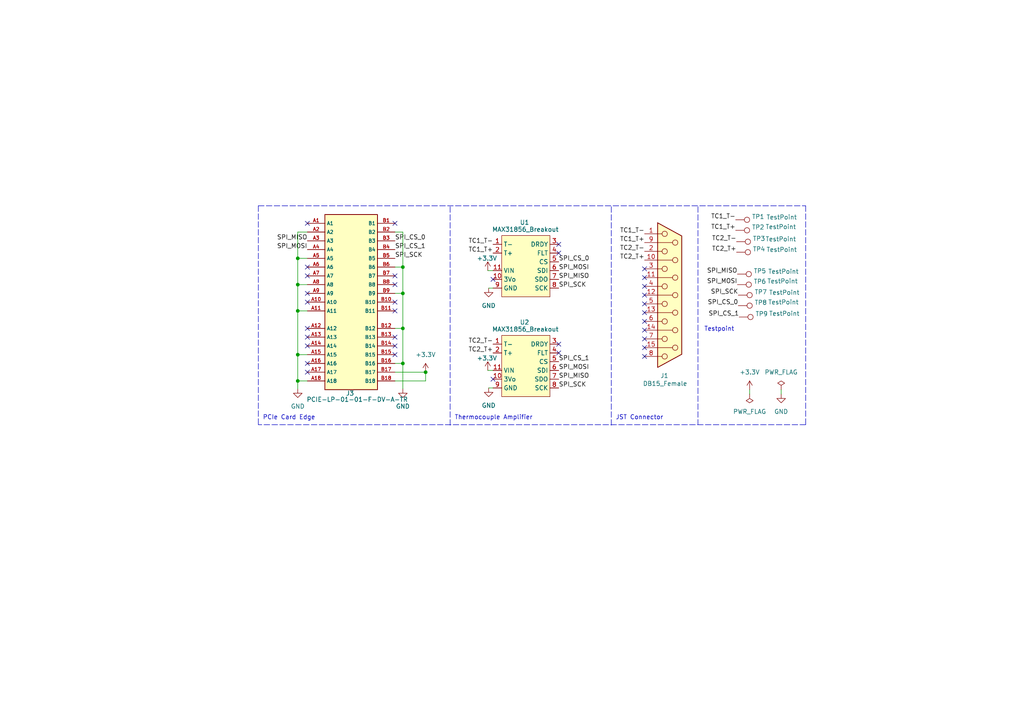
<source format=kicad_sch>
(kicad_sch (version 20211123) (generator eeschema)
  (paper "A4")
  (lib_symbols
    (symbol "Connector:DB15_Female" (pin_names (offset 1.016) hide)
      (property "Reference" "J" (at 0.508 21.59 0))
      (property "Value" "DB15_Female" (at 0 -22.225 0))
      (symbol "DB15_Female_0_1"
        (circle (center -1.778 -17.78) (radius 0.762))
        (circle (center -1.778 -12.7) (radius 0.762))
        (circle (center -1.778 -7.62) (radius 0.762))
        (circle (center -1.778 -2.54) (radius 0.762))
        (circle (center -1.778 2.54) (radius 0.762))
        (circle (center -1.778 7.62) (radius 0.762))
        (circle (center -1.778 12.7) (radius 0.762))
        (circle (center -1.778 17.78) (radius 0.762))
        (polyline (pts (xy -3.81 -17.78) (xy -2.54 -17.78)))
        (polyline (pts (xy -3.81 -15.24) (xy 0.508 -15.24)))
        (polyline (pts (xy -3.81 -12.7) (xy -2.54 -12.7)))
        (polyline (pts (xy -3.81 -10.16) (xy 0.508 -10.16)))
        (polyline (pts (xy -3.81 -7.62) (xy -2.54 -7.62)))
        (polyline (pts (xy -3.81 -5.08) (xy 0.508 -5.08)))
        (polyline (pts (xy -3.81 -2.54) (xy -2.54 -2.54)))
        (polyline (pts (xy -3.81 0) (xy 0.508 0)))
        (polyline (pts (xy -3.81 2.54) (xy -2.54 2.54)))
        (polyline (pts (xy -3.81 5.08) (xy 0.508 5.08)))
        (polyline (pts (xy -3.81 7.62) (xy -2.54 7.62)))
        (polyline (pts (xy -3.81 10.16) (xy 0.508 10.16)))
        (polyline (pts (xy -3.81 12.7) (xy -2.54 12.7)))
        (polyline (pts (xy -3.81 15.24) (xy 0.508 15.24)))
        (polyline (pts (xy -3.81 17.78) (xy -2.54 17.78)))
        (polyline (pts (xy -3.81 20.955) (xy 3.175 17.145) (xy 3.175 -17.145) (xy -3.81 -20.955) (xy -3.81 20.955)) (stroke (width 0.254)) (fill (type background)))
        (circle (center 1.27 -15.24) (radius 0.762))
        (circle (center 1.27 -10.16) (radius 0.762))
        (circle (center 1.27 -5.08) (radius 0.762))
        (circle (center 1.27 0) (radius 0.762))
        (circle (center 1.27 5.08) (radius 0.762))
        (circle (center 1.27 10.16) (radius 0.762))
        (circle (center 1.27 15.24) (radius 0.762))
      )
      (symbol "DB15_Female_1_1"
        (pin passive line (at -7.62 17.78 0) (length 3.81) (name "1") (number "1"))
        (pin passive line (at -7.62 10.16 0) (length 3.81) (name "P10") (number "10"))
        (pin passive line (at -7.62 5.08 0) (length 3.81) (name "P111") (number "11"))
        (pin passive line (at -7.62 0 0) (length 3.81) (name "P12") (number "12"))
        (pin passive line (at -7.62 -5.08 0) (length 3.81) (name "P13") (number "13"))
        (pin passive line (at -7.62 -10.16 0) (length 3.81) (name "P14") (number "14"))
        (pin passive line (at -7.62 -15.24 0) (length 3.81) (name "P15") (number "15"))
        (pin passive line (at -7.62 12.7 0) (length 3.81) (name "2") (number "2"))
        (pin passive line (at -7.62 7.62 0) (length 3.81) (name "3") (number "3"))
        (pin passive line (at -7.62 2.54 0) (length 3.81) (name "4") (number "4"))
        (pin passive line (at -7.62 -2.54 0) (length 3.81) (name "5") (number "5"))
        (pin passive line (at -7.62 -7.62 0) (length 3.81) (name "6") (number "6"))
        (pin passive line (at -7.62 -12.7 0) (length 3.81) (name "7") (number "7"))
        (pin passive line (at -7.62 -17.78 0) (length 3.81) (name "8") (number "8"))
        (pin passive line (at -7.62 15.24 0) (length 3.81) (name "P9") (number "9"))
      )
    )
    (symbol "Connector:TestPoint" (pin_numbers hide) (pin_names (offset 0.762) hide)
      (property "Reference" "TP" (at 0 6.858 0))
      (property "Value" "TestPoint" (at 0 5.08 0))
      (symbol "TestPoint_0_1"
        (circle (center 0 3.302) (radius 0.762))
      )
      (symbol "TestPoint_1_1"
        (pin passive line (at 0 0 90) (length 2.54) (name "1") (number "1"))
      )
    )
    (symbol "MAX31856_Breakout:MAX31856_Breakout"
      (property "Reference" "U" (at -1.27 -6.35 0))
      (property "Value" "MAX31856_Breakout" (at 0 -8.89 0))
      (symbol "MAX31856_Breakout_0_1"
        (rectangle (start -7.62 13.97) (end 6.35 -3.81) (fill (type background)))
      )
      (symbol "MAX31856_Breakout_1_1"
        (pin input line (at -10.16 11.43 0) (length 2.54) (name "T-") (number "1"))
        (pin power_out line (at -10.16 1.27 0) (length 2.54) (name "3Vo") (number "10"))
        (pin power_in line (at -10.16 3.81 0) (length 2.54) (name "VIN") (number "11"))
        (pin input line (at -10.16 8.89 0) (length 2.54) (name "T+") (number "2"))
        (pin output line (at 8.89 11.43 180) (length 2.54) (name "DRDY") (number "3"))
        (pin output line (at 8.89 8.89 180) (length 2.54) (name "FLT") (number "4"))
        (pin input line (at 8.89 6.35 180) (length 2.54) (name "CS") (number "5"))
        (pin input line (at 8.89 3.81 180) (length 2.54) (name "SDI") (number "6"))
        (pin tri_state line (at 8.89 1.27 180) (length 2.54) (name "SDO") (number "7"))
        (pin input line (at 8.89 -1.27 180) (length 2.54) (name "SCK") (number "8"))
        (pin power_in line (at -10.16 -1.27 0) (length 2.54) (name "GND") (number "9"))
      )
    )
    (symbol "PCIE_Card_Edge:PCIE-LP-01-01-F-DV-A-TR_(card_edge)"
      (property "Reference" "J" (at 0 0 0))
      (property "Value" "PCIE-LP-01-01-F-DV-A-TR_(card_edge)" (at 0 0 0))
      (symbol "PCIE-LP-01-01-F-DV-A-TR_(card_edge)_0_0"
        (rectangle (start -6.35 3.81) (end 8.89 54.61) (stroke (width 0.254)) (fill (type background)))
        (pin passive line (at -11.43 52.07 0) (length 5.08) (name "A1") (number "A1"))
        (pin passive line (at -11.43 29.21 0) (length 5.08) (name "A10") (number "A10"))
        (pin passive line (at -11.43 26.67 0) (length 5.08) (name "A11") (number "A11"))
        (pin passive line (at -11.43 21.59 0) (length 5.08) (name "A12") (number "A12"))
        (pin passive line (at -11.43 19.05 0) (length 5.08) (name "A13") (number "A13"))
        (pin passive line (at -11.43 16.51 0) (length 5.08) (name "A14") (number "A14"))
        (pin passive line (at -11.43 13.97 0) (length 5.08) (name "A15") (number "A15"))
        (pin passive line (at -11.43 11.43 0) (length 5.08) (name "A16") (number "A16"))
        (pin passive line (at -11.43 8.89 0) (length 5.08) (name "A17") (number "A17"))
        (pin passive line (at -11.43 6.35 0) (length 5.08) (name "A18") (number "A18"))
        (pin passive line (at -11.43 49.53 0) (length 5.08) (name "A2") (number "A2"))
        (pin passive line (at -11.43 46.99 0) (length 5.08) (name "A3") (number "A3"))
        (pin passive line (at -11.43 44.45 0) (length 5.08) (name "A4") (number "A4"))
        (pin passive line (at -11.43 41.91 0) (length 5.08) (name "A5") (number "A5"))
        (pin passive line (at -11.43 39.37 0) (length 5.08) (name "A6") (number "A6"))
        (pin passive line (at -11.43 36.83 0) (length 5.08) (name "A7") (number "A7"))
        (pin passive line (at -11.43 34.29 0) (length 5.08) (name "A8") (number "A8"))
        (pin passive line (at -11.43 31.75 0) (length 5.08) (name "A9") (number "A9"))
        (pin passive line (at 13.97 52.07 180) (length 5.08) (name "B1") (number "B1"))
        (pin passive line (at 13.97 29.21 180) (length 5.08) (name "B10") (number "B10"))
        (pin passive line (at 13.97 26.67 180) (length 5.08) (name "B11") (number "B11"))
        (pin passive line (at 13.97 21.59 180) (length 5.08) (name "B12") (number "B12"))
        (pin passive line (at 13.97 19.05 180) (length 5.08) (name "B13") (number "B13"))
        (pin passive line (at 13.97 16.51 180) (length 5.08) (name "B14") (number "B14"))
        (pin passive line (at 13.97 13.97 180) (length 5.08) (name "B15") (number "B15"))
        (pin passive line (at 13.97 11.43 180) (length 5.08) (name "B16") (number "B16"))
        (pin passive line (at 13.97 8.89 180) (length 5.08) (name "B17") (number "B17"))
        (pin passive line (at 13.97 6.35 180) (length 5.08) (name "B18") (number "B18"))
        (pin passive line (at 13.97 49.53 180) (length 5.08) (name "B2") (number "B2"))
        (pin passive line (at 13.97 46.99 180) (length 5.08) (name "B3") (number "B3"))
        (pin passive line (at 13.97 44.45 180) (length 5.08) (name "B4") (number "B4"))
        (pin passive line (at 13.97 41.91 180) (length 5.08) (name "B5") (number "B5"))
        (pin passive line (at 13.97 39.37 180) (length 5.08) (name "B6") (number "B6"))
        (pin passive line (at 13.97 36.83 180) (length 5.08) (name "B7") (number "B7"))
        (pin passive line (at 13.97 34.29 180) (length 5.08) (name "B8") (number "B8"))
        (pin passive line (at 13.97 31.75 180) (length 5.08) (name "B9") (number "B9"))
      )
    )
    (symbol "power:+3.3V" (power) (pin_names (offset 0))
      (property "Value" "+3.3V" (at 0 3.556 0))
      (symbol "+3.3V_0_1"
        (polyline (pts (xy -0.762 1.27) (xy 0 2.54)))
        (polyline (pts (xy 0 0) (xy 0 2.54)))
        (polyline (pts (xy 0 2.54) (xy 0.762 1.27)))
      )
      (symbol "+3.3V_1_1"
        (pin power_in line (at 0 0 90) (length 0) hide (name "+3.3V") (number "1"))
      )
    )
    (symbol "power:GND" (power) (pin_names (offset 0))
      (property "Value" "GND" (at 0 -3.81 0))
      (symbol "GND_0_1"
        (polyline (pts (xy 0 0) (xy 0 -1.27) (xy 1.27 -1.27) (xy 0 -2.54) (xy -1.27 -1.27) (xy 0 -1.27)))
      )
      (symbol "GND_1_1"
        (pin power_in line (at 0 0 270) (length 0) hide (name "GND") (number "1"))
      )
    )
    (symbol "power:PWR_FLAG" (power) (pin_numbers hide) (pin_names (offset 0) hide)
      (property "Value" "PWR_FLAG" (at 0 3.81 0))
      (symbol "PWR_FLAG_0_0"
        (pin power_out line (at 0 0 90) (length 0) (name "pwr") (number "1"))
      )
      (symbol "PWR_FLAG_0_1"
        (polyline (pts (xy 0 0) (xy 0 1.27) (xy -1.016 1.905) (xy 0 2.54) (xy 1.016 1.905) (xy 0 1.27)))
      )
    )
  )
  (junction (at 86.36 110.49))
  (junction (at 116.84 77.47))
  (junction (at 86.36 90.17))
  (junction (at 86.36 102.87))
  (junction (at 86.36 82.55))
  (junction (at 116.84 95.25))
  (junction (at 86.36 74.93))
  (junction (at 116.84 85.09))
  (junction (at 123.444 107.95))
  (junction (at 116.84 105.41))
  (no_connect (at 186.944 83.058))
  (no_connect (at 89.154 95.25))
  (no_connect (at 114.554 90.17))
  (no_connect (at 186.944 88.138))
  (no_connect (at 186.944 90.678))
  (no_connect (at 186.944 95.758))
  (no_connect (at 186.944 98.298))
  (no_connect (at 162.052 73.406))
  (no_connect (at 162.052 102.362))
  (no_connect (at 114.554 82.55))
  (no_connect (at 114.554 87.63))
  (no_connect (at 89.154 87.63))
  (no_connect (at 186.944 100.838))
  (no_connect (at 186.944 93.218))
  (no_connect (at 186.944 77.978))
  (no_connect (at 186.944 85.598))
  (no_connect (at 89.154 64.77))
  (no_connect (at 89.154 107.95))
  (no_connect (at 89.154 85.09))
  (no_connect (at 89.154 97.79))
  (no_connect (at 114.554 64.77))
  (no_connect (at 89.154 80.01))
  (no_connect (at 114.554 100.33))
  (no_connect (at 89.154 77.47))
  (no_connect (at 162.052 99.822))
  (no_connect (at 186.944 80.518))
  (no_connect (at 114.554 102.87))
  (no_connect (at 114.554 97.79))
  (no_connect (at 143.002 109.982))
  (no_connect (at 143.002 81.026))
  (no_connect (at 186.944 103.378))
  (no_connect (at 89.154 105.41))
  (no_connect (at 89.154 100.33))
  (no_connect (at 114.554 80.01))
  (no_connect (at 162.052 70.866))
  (wire (pts (xy 116.84 67.31) (xy 116.84 77.47)))
  (polyline (pts (xy 177.292 59.944) (xy 177.292 123.444)))
  (wire (pts (xy 141.478 78.486) (xy 143.002 78.486)))
  (wire (pts (xy 114.554 105.41) (xy 116.84 105.41)))
  (wire (pts (xy 226.568 113.03) (xy 226.568 114.3)))
  (wire (pts (xy 86.36 102.87) (xy 86.36 110.49)))
  (wire (pts (xy 86.36 82.55) (xy 89.154 82.55)))
  (wire (pts (xy 89.154 74.93) (xy 86.36 74.93)))
  (wire (pts (xy 86.36 74.93) (xy 86.36 82.55)))
  (wire (pts (xy 114.554 107.95) (xy 123.444 107.95)))
  (wire (pts (xy 141.732 83.566) (xy 143.002 83.566)))
  (wire (pts (xy 114.554 67.31) (xy 116.84 67.31)))
  (polyline (pts (xy 233.68 59.69) (xy 233.68 123.19)))
  (wire (pts (xy 114.554 77.47) (xy 116.84 77.47)))
  (polyline (pts (xy 74.93 59.69) (xy 74.93 123.19)))
  (wire (pts (xy 89.154 67.31) (xy 86.36 67.31)))
  (wire (pts (xy 86.36 90.17) (xy 89.154 90.17)))
  (wire (pts (xy 141.478 107.442) (xy 143.002 107.442)))
  (polyline (pts (xy 130.556 59.944) (xy 130.556 123.444)))
  (wire (pts (xy 86.36 82.55) (xy 86.36 90.17)))
  (wire (pts (xy 86.36 110.49) (xy 86.36 112.776)))
  (wire (pts (xy 86.36 102.87) (xy 89.154 102.87)))
  (wire (pts (xy 116.84 85.09) (xy 116.84 95.25)))
  (polyline (pts (xy 74.93 59.69) (xy 233.68 59.69)))
  (wire (pts (xy 123.444 107.95) (xy 123.444 110.49)))
  (wire (pts (xy 86.36 110.49) (xy 89.154 110.49)))
  (wire (pts (xy 86.36 90.17) (xy 86.36 102.87)))
  (wire (pts (xy 116.84 77.47) (xy 116.84 85.09)))
  (wire (pts (xy 114.554 95.25) (xy 116.84 95.25)))
  (wire (pts (xy 86.36 67.31) (xy 86.36 74.93)))
  (wire (pts (xy 114.554 85.09) (xy 116.84 85.09)))
  (polyline (pts (xy 233.68 123.19) (xy 74.93 123.19)))
  (wire (pts (xy 114.554 110.49) (xy 123.444 110.49)))
  (wire (pts (xy 217.424 114.3) (xy 217.424 113.03)))
  (wire (pts (xy 116.84 95.25) (xy 116.84 105.41)))
  (polyline (pts (xy 202.438 59.944) (xy 202.438 123.19)))
  (wire (pts (xy 116.84 105.41) (xy 116.84 112.776)))
  (wire (pts (xy 141.732 112.522) (xy 143.002 112.522)))
  (text "Testpoint" (at 204.216 96.266 0) (effects (font (size 1.27 1.27)) (justify left bottom)))
  (text "JST Connector" (at 178.562 121.92 0) (effects (font (size 1.27 1.27)) (justify left bottom)))
  (text "PCIe Card Edge" (at 76.2 121.92 0) (effects (font (size 1.27 1.27)) (justify left bottom)))
  (text "Thermocouple Amplifier" (at 131.826 121.92 0) (effects (font (size 1.27 1.27)) (justify left bottom)))
  (label "TC2_T+" (at 213.614 73.152 180))
  (label "SPI_CS_0" (at 214.122 88.646 180))
  (label "TC2_T-" (at 143.002 99.822 180))
  (label "SPI_SCK" (at 162.052 83.566 0))
  (label "SPI_CS_1" (at 114.554 72.39 0))
  (label "SPI_MISO" (at 162.052 109.982 0))
  (label "SPI_CS_0" (at 114.554 69.85 0))
  (label "TC2_T+" (at 143.002 102.362 180))
  (label "SPI_MOSI" (at 89.154 72.39 180))
  (label "SPI_SCK" (at 162.052 112.522 0))
  (label "TC1_T-" (at 213.36 63.754 180))
  (label "TC1_T+" (at 143.002 73.406 180))
  (label "SPI_MISO" (at 162.052 81.026 0))
  (label "SPI_MOSI" (at 162.052 78.486 0))
  (label "SPI_SCK" (at 214.122 85.598 180))
  (label "TC2_T-" (at 213.614 70.104 180))
  (label "SPI_MOSI" (at 162.052 107.442 0))
  (label "SPI_CS_0" (at 162.052 75.946 0))
  (label "SPI_MISO" (at 89.154 69.85 180))
  (label "TC1_T+" (at 213.36 66.802 180))
  (label "SPI_CS_1" (at 162.052 104.902 0))
  (label "TC1_T-" (at 186.944 67.818 180))
  (label "SPI_MOSI" (at 213.868 82.55 180))
  (label "TC1_T+" (at 186.944 70.358 180))
  (label "SPI_SCK" (at 114.554 74.93 0))
  (label "TC1_T-" (at 143.002 70.866 180))
  (label "SPI_CS_1" (at 214.376 91.948 180))
  (label "SPI_MISO" (at 213.868 79.502 180))
  (label "TC2_T+" (at 186.944 75.438 180))
  (label "TC2_T-" (at 186.944 72.898 180))
  (symbol (lib_id "Connector:TestPoint") (at 213.614 70.104 270) (unit 1)
    (property "Reference" "TP3" (at 218.313 69.1955 90) (effects (justify left)))
    (property "Value" "TestPoint" (at 221.996 69.342 90) (effects (justify left)))
    (property "Footprint" "TestPoint:TestPoint_Keystone_5010-5014_Multipurpose" (effects hide))
  )
  (symbol (lib_id "PCIE_Card_Edge:PCIE-LP-01-01-F-DV-A-TR_(card_edge)") (at 100.584 116.84 0) (unit 1)
    (property "Reference" "J3" (at 100.33 114.808 0) (effects (justify left bottom)))
    (property "Value" "PCIE-LP-01-01-F-DV-A-TR" (at 88.9 116.586 0) (effects (justify left bottom)))
    (property "Footprint" "Connector_PCBEdge:BUS_PCIexpress_x1" (effects hide))
    (property "MAXIMUM_PACKAGE_HEIGHT" "8.13mm" (effects hide))
    (property "STANDARD" "Manufacturer Recommendations" (effects hide))
    (property "PARTREV" "B" (effects hide))
    (property "MANUFACTURER" "Samtec" (effects hide))
  )
  (symbol (lib_id "Connector:DB15_Female") (at 194.564 85.598 0) (unit 1)
    (property "Reference" "J1" (at 191.516 108.966 0) (effects (justify left)))
    (property "Value" "DB15_Female" (at 186.436 111.252 0) (effects (justify left)))
    (property "Footprint" "DSUB_622-015-260-042:DSUB_622-015-260-042" (effects hide))
    (property "Datasheet" " ~" (effects hide))
  )
  (symbol (lib_id "power:GND") (at 116.84 112.776 0) (unit 1)
    (property "Reference" "#PWR07" (effects hide))
    (property "Value" "GND" (at 116.84 117.856 0))
  )
  (symbol (lib_id "power:+3.3V") (at 123.444 107.95 0) (unit 1)
    (property "Reference" "#PWR04" (effects hide))
    (property "Value" "+3.3V" (at 123.444 102.87 0))
  )
  (symbol (lib_id "Connector:TestPoint") (at 213.36 63.754 270) (unit 1)
    (property "Reference" "TP1" (at 218.059 62.8455 90) (effects (justify left)))
    (property "Value" "TestPoint" (at 222.25 62.992 90) (effects (justify left)))
    (property "Footprint" "TestPoint:TestPoint_Keystone_5010-5014_Multipurpose" (effects hide))
  )
  (symbol (lib_id "power:GND") (at 226.568 114.3 0) (unit 1)
    (property "Reference" "#PWR09" (effects hide))
    (property "Value" "GND" (at 226.568 119.38 0))
  )
  (symbol (lib_id "MAX31856_Breakout:MAX31856_Breakout") (at 153.162 82.296 0) (unit 1)
    (property "Reference" "U1" (at 152.146 64.516 0))
    (property "Value" "MAX31856_Breakout" (at 152.4 66.548 0))
    (property "Footprint" "MAX31856_Breakout:MAX31856_Breakout" (effects hide))
  )
  (symbol (lib_id "power:+3.3V") (at 217.424 113.03 0) (unit 1)
    (property "Reference" "#PWR08" (effects hide))
    (property "Value" "+3.3V" (at 217.424 107.95 0))
  )
  (symbol (lib_id "power:PWR_FLAG") (at 217.424 114.3 180) (unit 1)
    (property "Reference" "#FLG02" (effects hide))
    (property "Value" "PWR_FLAG" (at 217.424 119.38 0))
  )
  (symbol (lib_id "power:+3.3V") (at 141.478 78.486 0) (unit 1)
    (property "Reference" "#PWR01" (effects hide))
    (property "Value" "+3.3V" (at 141.224 74.93 0))
  )
  (symbol (lib_id "power:GND") (at 141.732 83.566 0) (unit 1)
    (property "Reference" "#PWR02" (effects hide))
    (property "Value" "GND" (at 141.732 88.646 0))
  )
  (symbol (lib_id "Connector:TestPoint") (at 214.122 85.598 270) (unit 1)
    (property "Reference" "TP7" (at 218.821 84.6895 90) (effects (justify left)))
    (property "Value" "TestPoint" (at 223.012 84.836 90) (effects (justify left)))
    (property "Footprint" "TestPoint:TestPoint_Keystone_5010-5014_Multipurpose" (effects hide))
  )
  (symbol (lib_id "Connector:TestPoint") (at 213.868 82.55 270) (unit 1)
    (property "Reference" "TP6" (at 218.567 81.6415 90) (effects (justify left)))
    (property "Value" "TestPoint" (at 222.504 81.534 90) (effects (justify left)))
    (property "Footprint" "TestPoint:TestPoint_Keystone_5010-5014_Multipurpose" (effects hide))
  )
  (symbol (lib_id "power:GND") (at 86.36 112.776 0) (unit 1)
    (property "Reference" "#PWR06" (effects hide))
    (property "Value" "GND" (at 86.36 117.856 0))
  )
  (symbol (lib_id "power:PWR_FLAG") (at 226.568 113.03 0) (unit 1)
    (property "Reference" "#FLG01" (effects hide))
    (property "Value" "PWR_FLAG" (at 226.568 107.95 0))
  )
  (symbol (lib_id "Connector:TestPoint") (at 213.614 73.152 270) (unit 1)
    (property "Reference" "TP4" (at 218.313 72.2435 90) (effects (justify left)))
    (property "Value" "TestPoint" (at 222.25 72.39 90) (effects (justify left)))
    (property "Footprint" "TestPoint:TestPoint_Keystone_5010-5014_Multipurpose" (effects hide))
  )
  (symbol (lib_id "MAX31856_Breakout:MAX31856_Breakout") (at 153.162 111.252 0) (unit 1)
    (property "Reference" "U2" (at 152.146 93.472 0))
    (property "Value" "MAX31856_Breakout" (at 152.4 95.504 0))
    (property "Footprint" "MAX31856_Breakout:MAX31856_Breakout" (effects hide))
  )
  (symbol (lib_id "Connector:TestPoint") (at 213.868 79.502 270) (unit 1)
    (property "Reference" "TP5" (at 218.567 78.5935 90) (effects (justify left)))
    (property "Value" "TestPoint" (at 222.758 78.74 90) (effects (justify left)))
    (property "Footprint" "TestPoint:TestPoint_Keystone_5010-5014_Multipurpose" (effects hide))
  )
  (symbol (lib_id "power:+3.3V") (at 141.478 107.442 0) (unit 1)
    (property "Reference" "#PWR03" (effects hide))
    (property "Value" "+3.3V" (at 141.224 103.886 0))
  )
  (symbol (lib_id "Connector:TestPoint") (at 213.36 66.802 270) (unit 1)
    (property "Reference" "TP2" (at 218.059 65.8935 90) (effects (justify left)))
    (property "Value" "TestPoint" (at 221.996 65.786 90) (effects (justify left)))
    (property "Footprint" "TestPoint:TestPoint_Keystone_5010-5014_Multipurpose" (effects hide))
  )
  (symbol (lib_id "Connector:TestPoint") (at 214.122 88.646 270) (unit 1)
    (property "Reference" "TP8" (at 218.821 87.7375 90) (effects (justify left)))
    (property "Value" "TestPoint" (at 222.758 87.63 90) (effects (justify left)))
    (property "Footprint" "TestPoint:TestPoint_Keystone_5010-5014_Multipurpose" (effects hide))
  )
  (symbol (lib_id "Connector:TestPoint") (at 214.376 91.948 270) (unit 1)
    (property "Reference" "TP9" (at 219.075 91.0395 90) (effects (justify left)))
    (property "Value" "TestPoint" (at 223.012 90.932 90) (effects (justify left)))
    (property "Footprint" "TestPoint:TestPoint_Keystone_5010-5014_Multipurpose" (effects hide))
  )
  (symbol (lib_id "power:GND") (at 141.732 112.522 0) (unit 1)
    (property "Reference" "#PWR05" (effects hide))
    (property "Value" "GND" (at 141.732 117.602 0))
  )
)
</source>
